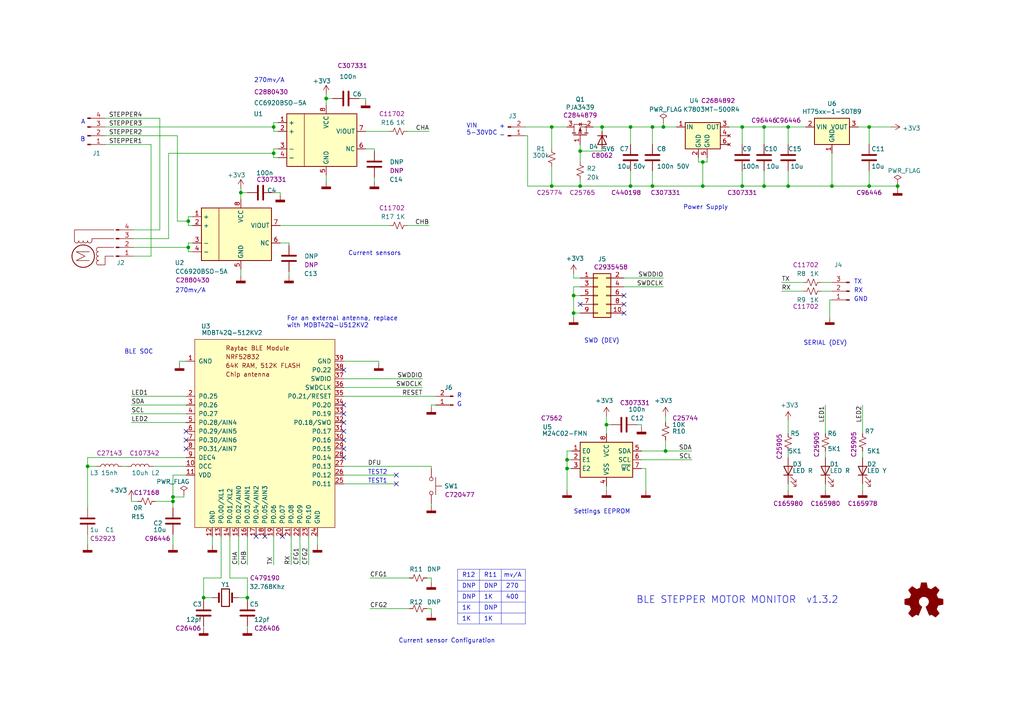
<source format=kicad_sch>
(kicad_sch (version 20211123) (generator eeschema)
  (paper "A4")
  (title_block (title "Stepper Motor BLE Probe") (rev "DRAFT"))
  (lib_symbols
    (symbol "Connector:Conn_01x02_Male" (pin_names (offset 1.016) hide)
      (property "Reference" "J" (at 0 2.54 0))
      (property "Value" "Conn_01x02_Male" (at 0 -5.08 0))
      (symbol "Conn_01x02_Male_1_1"
        (pin passive line (at 5.08 0 180) (length 3.81) (name "Pin_1") (number "1"))
        (pin passive line (at 5.08 -2.54 180) (length 3.81) (name "Pin_2") (number "2"))
      )
    )
    (symbol "Connector:Conn_01x03_Male" (pin_names (offset 1.016) hide)
      (property "Reference" "J" (at 0 5.08 0))
      (property "Value" "Conn_01x03_Male" (at 0 -5.08 0))
      (symbol "Conn_01x03_Male_1_1"
        (pin passive line (at 5.08 2.54 180) (length 3.81) (name "Pin_1") (number "1"))
        (pin passive line (at 5.08 0 180) (length 3.81) (name "Pin_2") (number "2"))
        (pin passive line (at 5.08 -2.54 180) (length 3.81) (name "Pin_3") (number "3"))
      )
    )
    (symbol "Connector:Conn_01x04_Male" (pin_names (offset 1.016) hide)
      (property "Reference" "J" (at 0 5.08 0))
      (property "Value" "Conn_01x04_Male" (at 0 -7.62 0))
      (symbol "Conn_01x04_Male_1_1"
        (pin passive line (at 5.08 2.54 180) (length 3.81) (name "Pin_1") (number "1"))
        (pin passive line (at 5.08 0 180) (length 3.81) (name "Pin_2") (number "2"))
        (pin passive line (at 5.08 -2.54 180) (length 3.81) (name "Pin_3") (number "3"))
        (pin passive line (at 5.08 -5.08 180) (length 3.81) (name "Pin_4") (number "4"))
      )
    )
    (symbol "Connector_Generic:Conn_02x05_Odd_Even" (pin_names (offset 1.016) hide)
      (property "Reference" "J" (at 1.27 7.62 0))
      (property "Value" "Conn_02x05_Odd_Even" (at 1.27 -7.62 0))
      (symbol "Conn_02x05_Odd_Even_1_1"
        (pin passive line (at -5.08 5.08 0) (length 3.81) (name "Pin_1") (number "1"))
        (pin passive line (at 7.62 -5.08 180) (length 3.81) (name "Pin_10") (number "10"))
        (pin passive line (at 7.62 5.08 180) (length 3.81) (name "Pin_2") (number "2"))
        (pin passive line (at -5.08 2.54 0) (length 3.81) (name "Pin_3") (number "3"))
        (pin passive line (at 7.62 2.54 180) (length 3.81) (name "Pin_4") (number "4"))
        (pin passive line (at -5.08 0 0) (length 3.81) (name "Pin_5") (number "5"))
        (pin passive line (at 7.62 0 180) (length 3.81) (name "Pin_6") (number "6"))
        (pin passive line (at -5.08 -2.54 0) (length 3.81) (name "Pin_7") (number "7"))
        (pin passive line (at 7.62 -2.54 180) (length 3.81) (name "Pin_8") (number "8"))
        (pin passive line (at -5.08 -5.08 0) (length 3.81) (name "Pin_9") (number "9"))
      )
    )
    (symbol "Device:C" (pin_numbers hide) (pin_names (offset 0.254))
      (property "Reference" "C" (at 0.635 2.54 0))
      (property "Value" "C" (at 0.635 -2.54 0))
      (symbol "C_1_1"
        (pin passive line (at 0 3.81 270) (length 2.794) (name "~") (number "1"))
        (pin passive line (at 0 -3.81 90) (length 2.794) (name "~") (number "2"))
      )
    )
    (symbol "Device:Crystal" (pin_numbers hide) (pin_names (offset 1.016) hide)
      (property "Reference" "Y" (at 0 3.81 0))
      (property "Value" "Crystal" (at 0 -3.81 0))
      (symbol "Crystal_1_1"
        (pin passive line (at -3.81 0 0) (length 1.27) (name "1") (number "1"))
        (pin passive line (at 3.81 0 180) (length 1.27) (name "2") (number "2"))
      )
    )
    (symbol "Device:L" (pin_numbers hide) (pin_names (offset 1.016) hide)
      (property "Reference" "L" (at -1.27 0 90))
      (property "Value" "L" (at 1.905 0 90))
      (symbol "L_1_1"
        (pin passive line (at 0 3.81 270) (length 1.27) (name "1") (number "1"))
        (pin passive line (at 0 -3.81 90) (length 1.27) (name "2") (number "2"))
      )
    )
    (symbol "Device:LED" (pin_numbers hide) (pin_names (offset 1.016) hide)
      (property "Reference" "D" (at 0 2.54 0))
      (property "Value" "LED" (at 0 -2.54 0))
      (symbol "LED_1_1"
        (pin passive line (at -3.81 0 0) (length 2.54) (name "K") (number "1"))
        (pin passive line (at 3.81 0 180) (length 2.54) (name "A") (number "2"))
      )
    )
    (symbol "Device:R_Small_US" (pin_numbers hide) (pin_names (offset 0.254) hide)
      (property "Reference" "R" (at 0.762 0.508 0))
      (property "Value" "R_Small_US" (at 0.762 -1.016 0))
      (symbol "R_Small_US_1_1"
        (pin passive line (at 0 2.54 270) (length 1.016) (name "~") (number "1"))
        (pin passive line (at 0 -2.54 90) (length 1.016) (name "~") (number "2"))
      )
    )
    (symbol "Graphic:Logo_Open_Hardware_Small" (pin_names (offset 1.016)))
    (symbol "Memory_EEPROM:M24C02-FMN"
      (property "Reference" "U" (at -6.35 6.35 0))
      (property "Value" "M24C02-FMN" (at 7.62 6.35 0))
      (symbol "M24C02-FMN_1_1"
        (pin input line (at -10.16 2.54 0) (length 2.54) (name "E0") (number "1"))
        (pin input line (at -10.16 0 0) (length 2.54) (name "E1") (number "2"))
        (pin input line (at -10.16 -2.54 0) (length 2.54) (name "E2") (number "3"))
        (pin power_in line (at 0 -7.62 90) (length 2.54) (name "VSS") (number "4"))
        (pin bidirectional line (at 10.16 2.54 180) (length 2.54) (name "SDA") (number "5"))
        (pin input line (at 10.16 0 180) (length 2.54) (name "SCL") (number "6"))
        (pin input line (at 10.16 -2.54 180) (length 2.54) (name "~{WC}") (number "7"))
        (pin power_in line (at 0 7.62 270) (length 2.54) (name "VCC") (number "8"))
      )
    )
    (symbol "Regulator_Linear:HT75xx-1-SOT89"
      (property "Reference" "U" (at -5.08 -3.81 0))
      (property "Value" "HT75xx-1-SOT89" (at 0 6.35 0))
      (symbol "HT75xx-1-SOT89_1_1"
        (pin power_in line (at 0 -5.08 90) (length 2.54) (name "GND") (number "1"))
        (pin power_in line (at -7.62 2.54 0) (length 2.54) (name "VIN") (number "2"))
        (pin power_out line (at 7.62 2.54 180) (length 2.54) (name "VOUT") (number "3"))
      )
    )
    (symbol "Switch:SW_Push" (pin_numbers hide) (pin_names (offset 1.016) hide)
      (property "Reference" "SW" (at 1.27 2.54 0))
      (property "Value" "SW_Push" (at 0 -1.524 0))
      (symbol "SW_Push_0_1"
        (pin passive line (at -5.08 0 0) (length 2.54) (name "1") (number "1"))
        (pin passive line (at 5.08 0 180) (length 2.54) (name "2") (number "2"))
      )
    )
    (symbol "power:PWR_FLAG" (power) (pin_numbers hide) (pin_names (offset 0) hide)
      (property "Value" "PWR_FLAG" (at 0 3.81 0))
      (symbol "PWR_FLAG_0_0"
        (pin power_out line (at 0 0 90) (length 0) (name "pwr") (number "1"))
      )
    )
    (symbol "stepper_probe-rescue:ACS70331_soic8-simple_stepper_motor_analyzer"
      (property "Reference" "U" (at 10.16 6.35 0))
      (property "Value" "ACS70331_soic8-simple_stepper_motor_analyzer" (at 3.81 8.89 0))
      (symbol "ACS70331_soic8-simple_stepper_motor_analyzer_1_1"
        (pin passive line (at -15.24 5.08 0) (length 2.54) (name "+") (number "1"))
        (pin passive line (at -15.24 2.54 0) (length 2.54) (name "+") (number "2"))
        (pin passive line (at -15.24 -2.54 0) (length 2.54) (name "-") (number "3"))
        (pin passive line (at -15.24 -5.08 0) (length 2.54) (name "-") (number "4"))
        (pin power_in line (at -1.27 -10.16 90) (length 2.54) (name "GND") (number "5"))
        (pin passive line (at 10.16 -2.54 180) (length 2.54) (name "NC") (number "6"))
        (pin output line (at 10.16 2.54 180) (length 2.54) (name "VIOUT") (number "7"))
        (pin power_in line (at -1.27 10.16 270) (length 2.54) (name "VCC") (number "8"))
      )
    )
    (symbol "stepper_probe-rescue:Motor-simple_stepper_motor_analyzer" (pin_names (offset 0) hide))
    (symbol "stepper_probe:+3V3" (power) (pin_names (offset 0))
      (property "Value" "+3V3" (at 0 3.556 0))
      (symbol "+3V3_1_1"
        (pin power_in line (at 0 0 90) (length 0) hide (name "+3V3") (number "1"))
      )
    )
    (symbol "stepper_probe:DC_DC" (pin_names (offset 0.254))
      (property "Reference" "U" (at -3.81 3.175 0))
      (property "Value" "DC_DC" (at 0 3.175 0))
      (symbol "DC_DC_1_1"
        (pin power_in line (at -7.62 0 0) (length 2.54) (name "IN") (number "1"))
        (pin input line (at -1.27 -8.89 90) (length 2.54) (name "GND") (number "2"))
        (pin power_out line (at 7.62 0 180) (length 2.54) (name "OUT") (number "3"))
        (pin no_connect line (at 7.62 -2.54 180) (length 2.54) (name "") (number "4"))
        (pin power_in line (at 1.27 -8.89 90) (length 2.54) (name "GND") (number "5"))
        (pin no_connect line (at 7.62 -5.08 180) (length 2.54) (name "") (number "6"))
      )
    )
    (symbol "stepper_probe:GND" (power) (pin_names (offset 0))
      (property "Value" "GND" (at 0 -3.175 0))
      (symbol "GND_1_1"
        (pin power_in line (at 0 0 270) (length 0) hide (name "GND") (number "1"))
      )
    )
    (symbol "stepper_probe:MDBT42Q-512KV2" (pin_names (offset 1.016))
      (property "Reference" "U" (at 6.35 22.86 0))
      (property "Value" "MDBT42Q-512KV2" (at 12.7 17.78 0))
      (symbol "MDBT42Q-512KV2_0_0"
        (text "64K RAM, 512K FLASH" (at -11.43 8.89 0) (effects (font (size 1.27 1.27)) (justify left)))
        (text "Chip antenna" (at -11.43 6.35 0) (effects (font (size 1.27 1.27)) (justify left)))
        (text "NRF52832" (at -11.43 11.43 0) (effects (font (size 1.27 1.27)) (justify left)))
      )
      (symbol "MDBT42Q-512KV2_1_0"
        (text "Raytac BLE Module" (at -11.43 13.97 0) (effects (font (size 1.27 1.27)) (justify left)))
        (pin power_in line (at -22.86 10.16 0) (length 2.54) (name "GND") (number "1"))
        (pin power_out line (at -22.86 -20.32 0) (length 2.54) (name "DCC") (number "10"))
        (pin power_in line (at -22.86 -22.86 0) (length 2.54) (name "VDD") (number "11"))
        (pin power_in line (at -15.24 -40.64 90) (length 2.54) (name "GND") (number "12"))
        (pin bidirectional line (at -12.7 -40.64 90) (length 2.54) (name "P0.00/XL1") (number "13"))
        (pin bidirectional line (at -10.16 -40.64 90) (length 2.54) (name "P0.01/XL2") (number "14"))
        (pin input line (at -7.62 -40.64 90) (length 2.54) (name "P0.02/AIN0") (number "15"))
        (pin input line (at -5.08 -40.64 90) (length 2.54) (name "P0.03/AIN1") (number "16"))
        (pin bidirectional line (at -2.54 -40.64 90) (length 2.54) (name "P0.04/AIN2") (number "17"))
        (pin bidirectional line (at 0 -40.64 90) (length 2.54) (name "P0.05/AIN3") (number "18"))
        (pin bidirectional line (at 2.54 -40.64 90) (length 2.54) (name "P0.06") (number "19"))
        (pin bidirectional line (at -22.86 0 0) (length 2.54) (name "P0.25") (number "2"))
        (pin bidirectional line (at 5.08 -40.64 90) (length 2.54) (name "P0.07") (number "20"))
        (pin bidirectional line (at 7.62 -40.64 90) (length 2.54) (name "P0.08") (number "21"))
        (pin bidirectional line (at 10.16 -40.64 90) (length 2.54) (name "P0.09") (number "22"))
        (pin bidirectional line (at 12.7 -40.64 90) (length 2.54) (name "P0.10") (number "23"))
        (pin power_in line (at 15.24 -40.64 90) (length 2.54) (name "GND") (number "24"))
        (pin bidirectional line (at 22.86 -25.4 180) (length 2.54) (name "P0.11") (number "25"))
        (pin bidirectional line (at 22.86 -22.86 180) (length 2.54) (name "P0.12") (number "26"))
        (pin bidirectional line (at 22.86 -20.32 180) (length 2.54) (name "P0.13") (number "27"))
        (pin bidirectional line (at 22.86 -17.78 180) (length 2.54) (name "P0.14") (number "28"))
        (pin bidirectional line (at 22.86 -15.24 180) (length 2.54) (name "P0.15") (number "29"))
        (pin bidirectional line (at -22.86 -2.54 0) (length 2.54) (name "P0.26") (number "3"))
        (pin bidirectional line (at 22.86 -12.7 180) (length 2.54) (name "P0.16") (number "30"))
        (pin bidirectional line (at 22.86 -10.16 180) (length 2.54) (name "P0.17") (number "31"))
        (pin bidirectional line (at 22.86 -7.62 180) (length 2.54) (name "P0.18/SWO") (number "32"))
        (pin bidirectional line (at 22.86 -5.08 180) (length 2.54) (name "P0.19") (number "33"))
        (pin bidirectional line (at 22.86 -2.54 180) (length 2.54) (name "P0.20") (number "34"))
        (pin bidirectional line (at 22.86 0 180) (length 2.54) (name "P0.21/RESET") (number "35"))
        (pin input line (at 22.86 2.54 180) (length 2.54) (name "SWDCLK") (number "36"))
        (pin bidirectional line (at 22.86 5.08 180) (length 2.54) (name "SWDIO") (number "37"))
        (pin bidirectional line (at 22.86 7.62 180) (length 2.54) (name "P0.22") (number "38"))
        (pin power_in line (at 22.86 10.16 180) (length 2.54) (name "GND") (number "39"))
        (pin bidirectional line (at -22.86 -5.08 0) (length 2.54) (name "P0.27") (number "4"))
        (pin bidirectional line (at -22.86 -7.62 0) (length 2.54) (name "P0.28/AIN4") (number "5"))
        (pin bidirectional line (at -22.86 -10.16 0) (length 2.54) (name "P0.29/AIN5") (number "6"))
        (pin bidirectional line (at -22.86 -12.7 0) (length 2.54) (name "P0.30/AIN6") (number "7"))
        (pin bidirectional line (at -22.86 -15.24 0) (length 2.54) (name "P0.31/AIN7") (number "8"))
        (pin passive line (at -22.86 -17.78 0) (length 2.54) (name "DEC4") (number "9"))
      )
    )
    (symbol "stepper_probe:P_MOSFET" (pin_names hide)
      (property "Reference" "Q" (at 5.08 1.905 0))
      (property "Value" "P_MOSFET" (at 5.08 0 0))
      (symbol "P_MOSFET_1_1"
        (pin input line (at -2.54 0 0) (length 2.54) (name "G") (number "1"))
        (pin passive line (at 2.54 -3.81 90) (length 2.54) (name "S") (number "2"))
        (pin passive line (at 2.54 3.81 270) (length 2.032) (name "D") (number "3"))
      )
    )
    (symbol "stepper_probe:zenner" (pin_numbers hide) (pin_names (offset 1.016) hide)
      (property "Reference" "D" (at 0 2.54 0))
      (property "Value" "zenner" (at 0 -2.54 0))
      (symbol "zenner_1_1"
        (pin passive line (at -2.54 0 0) (length 2.54) (name "K") (number "1"))
        (pin passive line (at 2.54 0 180) (length 2.54) (name "A") (number "2"))
      )
    )
  )
  (junction (at 50.165 145.415))
  (junction (at 228.6 36.83))
  (junction (at 79.375 44.45))
  (junction (at 221.615 53.975))
  (junction (at 59.055 173.355))
  (junction (at 189.23 53.975))
  (junction (at 166.37 85.725))
  (junction (at 182.88 53.975))
  (junction (at 221.615 36.83))
  (junction (at 189.23 36.83))
  (junction (at 79.375 36.83))
  (junction (at 252.095 36.83))
  (junction (at 168.275 43.815))
  (junction (at 182.88 36.83))
  (junction (at 71.755 173.355))
  (junction (at 193.04 130.81))
  (junction (at 241.3 53.975))
  (junction (at 252.095 53.975))
  (junction (at 215.265 36.83))
  (junction (at 94.615 28.575))
  (junction (at 166.37 90.805))
  (junction (at 54.61 71.755))
  (junction (at 164.465 133.35))
  (junction (at 160.02 53.975))
  (junction (at 260.35 53.975))
  (junction (at 54.61 64.135))
  (junction (at 174.625 36.83))
  (junction (at 175.895 123.19))
  (junction (at 228.6 53.975))
  (junction (at 69.85 55.88))
  (junction (at 50.165 144.145))
  (junction (at 164.465 135.89))
  (junction (at 168.275 53.975))
  (junction (at 160.02 36.83))
  (junction (at 203.835 53.975))
  (junction (at 215.265 53.975))
  (junction (at 192.405 36.83))
  (junction (at 203.835 46.99))
  (junction (at 25.4 135.255))
  (no_connect (at 180.975 90.805))
  (no_connect (at 180.975 88.265))
  (no_connect (at 114.935 137.795))
  (no_connect (at 99.695 125.095))
  (no_connect (at 99.695 120.015))
  (no_connect (at 180.975 85.725))
  (no_connect (at 99.695 132.715))
  (no_connect (at 99.695 107.315))
  (no_connect (at 168.275 88.265))
  (no_connect (at 114.935 140.335))
  (no_connect (at 81.915 155.575))
  (no_connect (at 53.975 125.095))
  (no_connect (at 99.695 122.555))
  (no_connect (at 53.975 127.635))
  (no_connect (at 76.835 155.575))
  (no_connect (at 99.695 117.475))
  (no_connect (at 99.695 130.175))
  (no_connect (at 99.695 127.635))
  (no_connect (at 74.295 155.575))
  (no_connect (at 53.975 130.175))
  (wire (pts (xy 118.11 38.1) (xy 124.46 38.1)))
  (wire (pts (xy 241.3 81.915) (xy 238.125 81.915)))
  (wire (pts (xy 79.375 55.88) (xy 81.28 55.88)))
  (wire (pts (xy 66.675 155.575) (xy 66.675 167.64)))
  (wire (pts (xy 125.095 167.64) (xy 125.095 168.91)))
  (wire (pts (xy 79.375 36.83) (xy 79.375 38.1)))
  (wire (pts (xy 228.6 49.53) (xy 228.6 53.975)))
  (wire (pts (xy 221.615 36.83) (xy 228.6 36.83)))
  (wire (pts (xy 59.055 173.355) (xy 59.055 173.99)))
  (wire (pts (xy 165.735 130.81) (xy 164.465 130.81)))
  (wire (pts (xy 53.975 122.555) (xy 38.1 122.555)))
  (wire (pts (xy 99.695 114.935) (xy 126.365 114.935)))
  (wire (pts (xy 168.275 90.805) (xy 166.37 90.805)))
  (wire (pts (xy 79.375 38.1) (xy 80.645 38.1)))
  (wire (pts (xy 79.375 35.56) (xy 79.375 36.83)))
  (wire (pts (xy 189.23 36.83) (xy 192.405 36.83)))
  (polyline (pts (xy 139.065 165.1) (xy 139.065 180.975)) (stroke (width 0.1016) (type solid)))
  (wire (pts (xy 27.94 135.255) (xy 25.4 135.255)))
  (wire (pts (xy 64.135 155.575) (xy 64.135 167.64)))
  (wire (pts (xy 53.34 143.51) (xy 53.34 144.145)))
  (wire (pts (xy 109.855 104.775) (xy 109.855 105.41)))
  (wire (pts (xy 166.37 90.805) (xy 166.37 92.075)))
  (wire (pts (xy 107.315 167.64) (xy 118.745 167.64)))
  (wire (pts (xy 239.395 130.81) (xy 239.395 132.715)))
  (polyline (pts (xy 145.415 165.1) (xy 145.415 180.975)) (stroke (width 0.1016) (type solid)))
  (wire (pts (xy 38.735 69.215) (xy 48.895 69.215)))
  (wire (pts (xy 215.265 53.975) (xy 221.615 53.975)))
  (wire (pts (xy 192.405 36.83) (xy 196.215 36.83)))
  (wire (pts (xy 202.565 46.99) (xy 203.835 46.99)))
  (wire (pts (xy 55.88 62.865) (xy 54.61 62.865)))
  (wire (pts (xy 69.215 173.355) (xy 71.755 173.355)))
  (wire (pts (xy 43.815 41.91) (xy 43.815 74.295)))
  (wire (pts (xy 160.02 53.975) (xy 168.275 53.975)))
  (wire (pts (xy 241.3 84.455) (xy 238.125 84.455)))
  (wire (pts (xy 166.37 83.185) (xy 166.37 85.725)))
  (wire (pts (xy 43.815 74.295) (xy 38.735 74.295)))
  (wire (pts (xy 30.48 39.37) (xy 51.435 39.37)))
  (wire (pts (xy 64.135 167.64) (xy 59.055 167.64)))
  (wire (pts (xy 106.045 43.18) (xy 108.585 43.18)))
  (wire (pts (xy 164.465 133.35) (xy 164.465 135.89)))
  (wire (pts (xy 193.04 130.81) (xy 200.66 130.81)))
  (wire (pts (xy 175.895 123.19) (xy 175.895 125.73)))
  (wire (pts (xy 168.275 43.815) (xy 168.275 41.91)))
  (wire (pts (xy 69.85 54.61) (xy 69.85 55.88)))
  (wire (pts (xy 80.645 43.18) (xy 79.375 43.18)))
  (wire (pts (xy 241.3 53.975) (xy 252.095 53.975)))
  (wire (pts (xy 165.735 135.89) (xy 164.465 135.89)))
  (wire (pts (xy 189.23 53.975) (xy 203.835 53.975)))
  (wire (pts (xy 202.565 45.72) (xy 202.565 46.99)))
  (wire (pts (xy 211.455 36.83) (xy 215.265 36.83)))
  (wire (pts (xy 164.465 135.89) (xy 164.465 142.24)))
  (wire (pts (xy 165.735 133.35) (xy 164.465 133.35)))
  (wire (pts (xy 260.35 53.34) (xy 260.35 53.975)))
  (wire (pts (xy 203.835 53.975) (xy 215.265 53.975)))
  (wire (pts (xy 160.02 48.26) (xy 160.02 53.975)))
  (wire (pts (xy 25.4 132.715) (xy 53.975 132.715)))
  (wire (pts (xy 123.825 176.53) (xy 125.095 176.53)))
  (wire (pts (xy 175.895 120.65) (xy 175.895 123.19)))
  (wire (pts (xy 153.035 53.975) (xy 160.02 53.975)))
  (wire (pts (xy 53.975 104.775) (xy 52.07 104.775)))
  (polyline (pts (xy 132.715 177.8) (xy 152.4 177.8)) (stroke (width 0.1016) (type solid)))
  (wire (pts (xy 239.395 125.73) (xy 239.395 117.475)))
  (wire (pts (xy 168.275 53.975) (xy 182.88 53.975)))
  (wire (pts (xy 99.695 104.775) (xy 109.855 104.775)))
  (wire (pts (xy 250.19 130.81) (xy 250.19 132.715)))
  (polyline (pts (xy 152.4 165.1) (xy 152.4 180.975)) (stroke (width 0.1016) (type solid)))
  (wire (pts (xy 160.02 36.83) (xy 164.465 36.83)))
  (wire (pts (xy 61.595 155.575) (xy 61.595 158.115)))
  (wire (pts (xy 241.3 44.45) (xy 241.3 53.975)))
  (wire (pts (xy 69.85 78.105) (xy 69.85 80.01)))
  (wire (pts (xy 30.48 34.29) (xy 46.355 34.29)))
  (wire (pts (xy 186.055 135.89) (xy 187.325 135.89)))
  (wire (pts (xy 79.375 43.18) (xy 79.375 44.45)))
  (wire (pts (xy 71.755 55.88) (xy 69.85 55.88)))
  (wire (pts (xy 252.095 36.83) (xy 252.095 41.91)))
  (wire (pts (xy 53.975 117.475) (xy 38.1 117.475)))
  (wire (pts (xy 71.755 167.64) (xy 71.755 173.355)))
  (wire (pts (xy 203.835 46.99) (xy 203.835 53.975)))
  (wire (pts (xy 125.095 135.255) (xy 125.095 135.89)))
  (wire (pts (xy 99.695 112.395) (xy 122.555 112.395)))
  (wire (pts (xy 84.455 155.575) (xy 84.455 163.83)))
  (wire (pts (xy 241.3 86.995) (xy 240.665 86.995)))
  (wire (pts (xy 71.755 181.61) (xy 71.755 182.245)))
  (wire (pts (xy 104.14 28.575) (xy 106.045 28.575)))
  (wire (pts (xy 168.275 80.645) (xy 166.37 80.645)))
  (wire (pts (xy 187.325 135.89) (xy 187.325 142.24)))
  (wire (pts (xy 50.165 137.795) (xy 50.165 144.145)))
  (wire (pts (xy 160.02 36.83) (xy 160.02 43.18)))
  (wire (pts (xy 152.4 36.83) (xy 160.02 36.83)))
  (wire (pts (xy 106.045 28.575) (xy 106.045 29.21)))
  (wire (pts (xy 252.095 36.83) (xy 258.445 36.83)))
  (wire (pts (xy 166.37 85.725) (xy 166.37 90.805)))
  (wire (pts (xy 53.975 114.935) (xy 38.1 114.935)))
  (wire (pts (xy 53.34 144.145) (xy 50.165 144.145)))
  (wire (pts (xy 126.365 117.475) (xy 125.095 117.475)))
  (wire (pts (xy 48.895 44.45) (xy 79.375 44.45)))
  (wire (pts (xy 174.625 36.83) (xy 182.88 36.83)))
  (wire (pts (xy 54.61 64.135) (xy 54.61 65.405)))
  (polyline (pts (xy 132.715 165.1) (xy 152.4 165.1)) (stroke (width 0.1016) (type solid)))
  (wire (pts (xy 248.92 36.83) (xy 252.095 36.83)))
  (wire (pts (xy 172.085 36.83) (xy 174.625 36.83)))
  (wire (pts (xy 38.1 144.78) (xy 38.1 145.415)))
  (wire (pts (xy 177.165 123.19) (xy 175.895 123.19)))
  (wire (pts (xy 233.045 84.455) (xy 226.695 84.455)))
  (wire (pts (xy 125.095 146.05) (xy 125.095 146.685)))
  (wire (pts (xy 108.585 43.18) (xy 108.585 43.815)))
  (wire (pts (xy 66.675 167.64) (xy 71.755 167.64)))
  (wire (pts (xy 215.265 49.53) (xy 215.265 53.975)))
  (wire (pts (xy 79.375 36.83) (xy 30.48 36.83)))
  (wire (pts (xy 252.095 53.975) (xy 260.35 53.975)))
  (wire (pts (xy 99.695 135.255) (xy 125.095 135.255)))
  (wire (pts (xy 80.645 35.56) (xy 79.375 35.56)))
  (wire (pts (xy 79.375 44.45) (xy 79.375 45.72)))
  (wire (pts (xy 50.165 154.94) (xy 50.165 158.115)))
  (wire (pts (xy 99.695 140.335) (xy 114.935 140.335)))
  (wire (pts (xy 83.82 78.74) (xy 83.82 80.01)))
  (wire (pts (xy 79.375 155.575) (xy 79.375 163.83)))
  (wire (pts (xy 54.61 70.485) (xy 54.61 71.755)))
  (wire (pts (xy 125.095 176.53) (xy 125.095 177.8)))
  (wire (pts (xy 168.275 83.185) (xy 166.37 83.185)))
  (wire (pts (xy 184.785 123.19) (xy 186.055 123.19)))
  (wire (pts (xy 193.04 127.635) (xy 193.04 130.81)))
  (wire (pts (xy 25.4 154.94) (xy 25.4 158.115)))
  (polyline (pts (xy 132.715 180.975) (xy 132.715 165.1)) (stroke (width 0.1016) (type solid)))
  (wire (pts (xy 25.4 135.255) (xy 25.4 147.32)))
  (wire (pts (xy 38.735 71.755) (xy 54.61 71.755)))
  (wire (pts (xy 189.23 41.91) (xy 189.23 36.83)))
  (wire (pts (xy 180.975 80.645) (xy 192.405 80.645)))
  (wire (pts (xy 182.88 53.975) (xy 189.23 53.975)))
  (wire (pts (xy 51.435 39.37) (xy 51.435 64.135)))
  (wire (pts (xy 250.19 125.73) (xy 250.19 117.475)))
  (wire (pts (xy 175.895 140.97) (xy 175.895 142.24)))
  (wire (pts (xy 153.035 39.37) (xy 153.035 53.975)))
  (wire (pts (xy 46.355 66.675) (xy 38.735 66.675)))
  (wire (pts (xy 50.165 144.145) (xy 50.165 145.415)))
  (wire (pts (xy 174.625 43.815) (xy 168.275 43.815)))
  (wire (pts (xy 168.275 85.725) (xy 166.37 85.725)))
  (wire (pts (xy 166.37 80.645) (xy 166.37 79.375)))
  (wire (pts (xy 186.055 130.81) (xy 193.04 130.81)))
  (wire (pts (xy 164.465 130.81) (xy 164.465 133.35)))
  (wire (pts (xy 81.28 55.88) (xy 81.28 56.515)))
  (wire (pts (xy 89.535 155.575) (xy 89.535 163.83)))
  (wire (pts (xy 228.6 41.91) (xy 228.6 36.83)))
  (polyline (pts (xy 132.715 174.625) (xy 152.4 174.625)) (stroke (width 0.1016) (type solid)))
  (wire (pts (xy 168.275 46.99) (xy 168.275 43.815)))
  (wire (pts (xy 106.045 38.1) (xy 113.03 38.1)))
  (wire (pts (xy 55.88 70.485) (xy 54.61 70.485)))
  (wire (pts (xy 250.19 140.335) (xy 250.19 142.24)))
  (wire (pts (xy 54.61 73.025) (xy 55.88 73.025)))
  (wire (pts (xy 189.23 49.53) (xy 189.23 53.975)))
  (wire (pts (xy 99.695 137.795) (xy 114.935 137.795)))
  (wire (pts (xy 125.095 117.475) (xy 125.095 118.11)))
  (wire (pts (xy 38.1 145.415) (xy 40.005 145.415)))
  (wire (pts (xy 92.075 155.575) (xy 92.075 158.115)))
  (wire (pts (xy 203.835 46.99) (xy 205.105 46.99)))
  (wire (pts (xy 96.52 28.575) (xy 94.615 28.575)))
  (wire (pts (xy 25.4 132.715) (xy 25.4 135.255)))
  (wire (pts (xy 83.82 70.485) (xy 83.82 71.12)))
  (wire (pts (xy 192.405 35.56) (xy 192.405 36.83)))
  (wire (pts (xy 221.615 53.975) (xy 228.6 53.975)))
  (wire (pts (xy 228.6 36.83) (xy 233.68 36.83)))
  (wire (pts (xy 180.975 83.185) (xy 192.405 83.185)))
  (wire (pts (xy 53.975 120.015) (xy 38.1 120.015)))
  (wire (pts (xy 45.085 145.415) (xy 50.165 145.415)))
  (wire (pts (xy 193.04 120.65) (xy 193.04 122.555)))
  (wire (pts (xy 239.395 140.335) (xy 239.395 142.24)))
  (wire (pts (xy 53.975 137.795) (xy 50.165 137.795)))
  (wire (pts (xy 51.435 64.135) (xy 54.61 64.135)))
  (wire (pts (xy 174.625 43.18) (xy 174.625 43.815)))
  (wire (pts (xy 54.61 71.755) (xy 54.61 73.025)))
  (wire (pts (xy 182.88 41.91) (xy 182.88 36.83)))
  (polyline (pts (xy 132.715 168.275) (xy 152.4 168.275)) (stroke (width 0.1016) (type solid)))
  (wire (pts (xy 228.6 140.335) (xy 228.6 142.24)))
  (wire (pts (xy 94.615 28.575) (xy 94.615 30.48)))
  (wire (pts (xy 221.615 49.53) (xy 221.615 53.975)))
  (wire (pts (xy 52.07 104.775) (xy 52.07 105.41)))
  (wire (pts (xy 240.665 86.995) (xy 240.665 92.075)))
  (wire (pts (xy 81.28 70.485) (xy 83.82 70.485)))
  (wire (pts (xy 215.265 36.83) (xy 221.615 36.83)))
  (wire (pts (xy 54.61 62.865) (xy 54.61 64.135)))
  (wire (pts (xy 59.055 167.64) (xy 59.055 173.355)))
  (polyline (pts (xy 132.715 171.45) (xy 152.4 171.45)) (stroke (width 0.1016) (type solid)))
  (wire (pts (xy 182.88 36.83) (xy 189.23 36.83)))
  (wire (pts (xy 50.165 145.415) (xy 50.165 147.32)))
  (wire (pts (xy 61.595 173.355) (xy 59.055 173.355)))
  (wire (pts (xy 233.045 81.915) (xy 226.695 81.915)))
  (wire (pts (xy 186.055 123.19) (xy 186.055 123.825)))
  (wire (pts (xy 69.85 55.88) (xy 69.85 57.785)))
  (wire (pts (xy 79.375 45.72) (xy 80.645 45.72)))
  (wire (pts (xy 182.88 49.53) (xy 182.88 53.975)))
  (wire (pts (xy 108.585 51.435) (xy 108.585 52.705)))
  (wire (pts (xy 48.895 69.215) (xy 48.895 44.45)))
  (wire (pts (xy 228.6 121.92) (xy 228.6 125.73)))
  (wire (pts (xy 36.83 135.255) (xy 35.56 135.255)))
  (wire (pts (xy 53.975 135.255) (xy 44.45 135.255)))
  (wire (pts (xy 69.215 155.575) (xy 69.215 163.83)))
  (wire (pts (xy 54.61 65.405) (xy 55.88 65.405)))
  (wire (pts (xy 30.48 41.91) (xy 43.815 41.91)))
  (wire (pts (xy 94.615 50.8) (xy 94.615 52.705)))
  (wire (pts (xy 81.28 65.405) (xy 113.03 65.405)))
  (wire (pts (xy 107.315 176.53) (xy 118.745 176.53)))
  (wire (pts (xy 118.11 65.405) (xy 124.46 65.405)))
  (wire (pts (xy 228.6 130.81) (xy 228.6 132.715)))
  (wire (pts (xy 59.055 181.61) (xy 59.055 182.245)))
  (wire (pts (xy 260.35 53.975) (xy 260.35 54.61)))
  (polyline (pts (xy 152.4 180.975) (xy 132.715 180.975)) (stroke (width 0.1016) (type solid)))
  (wire (pts (xy 94.615 27.305) (xy 94.615 28.575)))
  (wire (pts (xy 252.095 53.975) (xy 252.095 49.53)))
  (wire (pts (xy 174.625 38.1) (xy 174.625 36.83)))
  (wire (pts (xy 123.825 167.64) (xy 125.095 167.64)))
  (wire (pts (xy 152.4 39.37) (xy 153.035 39.37)))
  (wire (pts (xy 221.615 41.91) (xy 221.615 36.83)))
  (wire (pts (xy 99.695 109.855) (xy 122.555 109.855)))
  (wire (pts (xy 215.265 41.91) (xy 215.265 36.83)))
  (wire (pts (xy 71.755 173.355) (xy 71.755 173.99)))
  (wire (pts (xy 71.755 155.575) (xy 71.755 163.83)))
  (wire (pts (xy 86.995 155.575) (xy 86.995 163.83)))
  (wire (pts (xy 205.105 46.99) (xy 205.105 45.72)))
  (wire (pts (xy 168.275 52.07) (xy 168.275 53.975)))
  (wire (pts (xy 228.6 53.975) (xy 241.3 53.975)))
  (wire (pts (xy 186.055 133.35) (xy 200.66 133.35)))
  (wire (pts (xy 46.355 34.29) (xy 46.355 66.675)))
  (text "1K" (at 133.985 177.165 0) (effects (font (size 1.27 1.27)) (justify left bottom)))
  (text "VIN\n5-30VDC" (at 135.255 39.37 0) (effects (font (size 1.27 1.27)) (justify left bottom)))
  (text "270mv/A" (at 50.8 85.09 0) (effects (font (size 1.27 1.27)) (justify left bottom)))
  (text "mv/A" (at 146.05 167.64 0) (effects (font (size 1.27 1.27)) (justify left bottom)))
  (text "R" (at 133.985 115.57 180) (effects (font (size 1.27 1.27)) (justify right bottom)))
  (text "Current sensor Configuration" (at 115.57 186.69 0) (effects (font (size 1.27 1.27)) (justify left bottom)))
  (text "DNP" (at 133.985 170.815 0) (effects (font (size 1.27 1.27)) (justify left bottom)))
  (text "270mv/A" (at 73.66 24.13 0) (effects (font (size 1.27 1.27)) (justify left bottom)))
  (text "DNP" (at 133.985 173.99 0) (effects (font (size 1.27 1.27)) (justify left bottom)))
  (text "270" (at 146.685 170.815 0) (effects (font (size 1.27 1.27)) (justify left bottom)))
  (text "TEST2" (at 106.68 137.795 0) (effects (font (size 1.27 1.27)) (justify left bottom)))
  (text "BLE SOC" (at 44.45 102.87 180) (effects (font (size 1.27 1.27)) (justify right bottom)))
  (text "DNP" (at 140.335 177.165 0) (effects (font (size 1.27 1.27)) (justify left bottom)))
  (text "Power Supply" (at 198.12 60.96 0) (effects (font (size 1.27 1.27)) (justify left bottom)))
  (text "+" (at 144.78 37.465 0) (effects (font (size 1.27 1.27)) (justify left bottom)))
  (text "G" (at 133.985 118.11 180) (effects (font (size 1.27 1.27)) (justify right bottom)))
  (text "-" (at 144.78 40.005 0) (effects (font (size 1.27 1.27)) (justify left bottom)))
  (text "A" (at 24.765 36.195 180) (effects (font (size 1.27 1.27)) (justify right bottom)))
  (text "Settings EEPROM" (at 166.37 149.225 0) (effects (font (size 1.27 1.27)) (justify left bottom)))
  (text "SWD (DEV)" (at 179.705 99.695 180) (effects (font (size 1.27 1.27)) (justify right bottom)))
  (text "For an external antenna, replace\nwith MDBT42Q-U512KV2" (at 83.185 95.25 0) (effects (font (size 1.27 1.27)) (justify left bottom)))
  (text "R12" (at 133.985 167.64 0) (effects (font (size 1.27 1.27)) (justify left bottom)))
  (text "TEST1" (at 106.68 140.335 0) (effects (font (size 1.27 1.27)) (justify left bottom)))
  (text "400" (at 146.685 173.99 0) (effects (font (size 1.27 1.27)) (justify left bottom)))
  (text "1K" (at 140.335 180.34 0) (effects (font (size 1.27 1.27)) (justify left bottom)))
  (text "GND\n" (at 247.65 87.63 0) (effects (font (size 1.27 1.27)) (justify left bottom)))
  (text "1K" (at 133.985 180.34 0) (effects (font (size 1.27 1.27)) (justify left bottom)))
  (text "TX\n" (at 247.65 82.55 0) (effects (font (size 1.27 1.27)) (justify left bottom)))
  (text "R11" (at 140.335 167.64 0) (effects (font (size 1.27 1.27)) (justify left bottom)))
  (text "DNP" (at 140.335 170.815 0) (effects (font (size 1.27 1.27)) (justify left bottom)))
  (text "RX" (at 247.65 85.09 0) (effects (font (size 1.27 1.27)) (justify left bottom)))
  (text "1K" (at 140.335 173.99 0) (effects (font (size 1.27 1.27)) (justify left bottom)))
  (text "Current sensors" (at 100.965 74.295 0) (effects (font (size 1.27 1.27)) (justify left bottom)))
  (text "B" (at 24.765 41.275 180) (effects (font (size 1.27 1.27)) (justify right bottom)))
  (text "BLE STEPPER MOTOR MONITOR  v1.3.2" (at 243.205 175.26 180) (effects (font (size 2.0066 2.0066)) (justify right bottom)))
  (text "SERIAL (DEV)" (at 245.745 100.33 180) (effects (font (size 1.27 1.27)) (justify right bottom)))
  (label "LED1" (at 38.1 114.935 0))
  (label "SCL" (at 200.66 133.35 180))
  (label "LED1" (at 239.395 122.555 90))
  (label "STEPPER2" (at 41.275 39.37 180))
  (label "RESET" (at 122.555 114.935 180))
  (label "SWDDIO" (at 122.555 109.855 180))
  (label "SWDCLK" (at 192.405 83.185 180))
  (label "TX" (at 79.375 163.83 90))
  (label "SDA" (at 200.66 130.81 180))
  (label "LED2" (at 250.19 122.555 90))
  (label "LED2" (at 38.1 122.555 0))
  (label "CFG1" (at 86.995 163.83 90))
  (label "CFG1" (at 107.315 167.64 0))
  (label "STEPPER1" (at 41.275 41.91 180))
  (label "STEPPER4" (at 41.275 34.29 180))
  (label "RX" (at 84.455 163.83 90))
  (label "CFG2" (at 89.535 163.83 90))
  (label "RX" (at 226.695 84.455 0))
  (label "STEPPER3" (at 41.275 36.83 180))
  (label "DFU" (at 106.68 135.255 0))
  (label "SWDCLK" (at 122.555 112.395 180))
  (label "SDA" (at 38.1 117.475 0))
  (label "SWDDIO" (at 192.405 80.645 180))
  (label "SCL" (at 38.1 120.015 0))
  (label "TX" (at 226.695 81.915 0))
  (label "CFG2" (at 107.315 176.53 0))
  (label "CHB" (at 71.755 163.83 90))
  (label "CHB" (at 124.46 65.405 180))
  (label "CHA" (at 69.215 163.83 90))
  (label "CHA" (at 124.46 38.1 180))
  (symbol (lib_id "Device:C") (at 182.88 45.72 0) (unit 1)
    (property "Reference" "C7" (at 179.705 43.18 0) (effects (justify left)))
    (property "Value" "10u 50v" (at 179.07 48.26 0) (effects (justify left)))
    (property "Footprint" "stepper_probe:C_0805_2012Metric_Pad1.18x1.45mm_HandSolder" (effects hide))
    (property "LCSC" "C440198" (at 181.61 55.88 0))
  )
  (symbol (lib_id "stepper_probe:GND") (at 260.35 54.61 0) (unit 1)
    (property "Reference" "#PWR025" (effects hide))
    (property "Value" "GND" (effects hide))
  )
  (symbol (lib_id "stepper_probe:+3V3") (at 258.445 36.83 270) (unit 1)
    (property "Reference" "#PWR024" (effects hide))
    (property "Value" "+3V3" (at 261.6962 37.211 90) (effects (justify left)))
  )
  (symbol (lib_id "Device:C") (at 221.615 45.72 0) (unit 1)
    (property "Reference" "C10" (at 221.615 43.18 0) (effects (justify left)))
    (property "Value" "10u" (at 222.25 48.26 0) (effects (justify left)))
    (property "Footprint" "stepper_probe:C_0603_1608Metric_Pad1.08x0.95mm_HandSolder" (effects hide))
    (property "LCSC" "C96446" (at 221.615 34.925 0))
  )
  (symbol (lib_id "Connector:Conn_01x04_Male") (at 25.4 39.37 0) (mirror x) (unit 1)
    (property "Reference" "J1" (at 29.21 44.45 0) (effects (justify right)))
    (property "Value" "Conn_01x04_Male" (effects hide))
    (property "Footprint" "stepper_probe:connector_4pins_horizontal" (effects hide))
    (property "LCSC" "C31753" (effects hide))
  )
  (symbol (lib_id "Connector:Conn_01x04_Male") (at 33.655 71.755 0) (mirror x) (unit 1)
    (property "Reference" "J2" (at 36.195 76.2 0) (effects (justify right)))
    (property "Value" "Conn_01x04_Male" (effects hide))
    (property "Footprint" "stepper_probe:connector_4pins_horizontal" (effects hide))
    (property "LCSC" "C31753" (effects hide))
  )
  (symbol (lib_id "stepper_probe-rescue:ACS70331_soic8-simple_stepper_motor_analyzer") (at 95.885 40.64 0) (unit 1)
    (property "Reference" "U1" (at 74.93 33.02 0))
    (property "Value" "CC6920BSO-5A" (at 81.28 29.845 0))
    (property "Footprint" "stepper_probe:SOIC-8_LCPCB_ROT" (effects hide))
    (property "LCSC" "C2880430" (at 73.66 26.67 0) (effects (justify left)))
  )
  (symbol (lib_id "stepper_probe-rescue:ACS70331_soic8-simple_stepper_motor_analyzer") (at 71.12 67.945 0) (unit 1)
    (property "Reference" "U2" (at 52.07 76.2 0))
    (property "Value" "CC6920BSO-5A" (at 58.42 78.74 0))
    (property "Footprint" "stepper_probe:SOIC-8_LCPCB_ROT" (effects hide))
    (property "LCSC" "C2880430" (at 55.88 81.28 0))
  )
  (symbol (lib_id "stepper_probe:GND") (at 94.615 52.705 0) (unit 1)
    (property "Reference" "#PWR012" (effects hide))
    (property "Value" "GND" (effects hide))
  )
  (symbol (lib_id "stepper_probe:GND") (at 69.85 80.01 0) (unit 1)
    (property "Reference" "#PWR08" (effects hide))
    (property "Value" "GND" (effects hide))
  )
  (symbol (lib_id "stepper_probe:GND") (at 81.28 56.515 0) (unit 1)
    (property "Reference" "#PWR010" (effects hide))
    (property "Value" "GND" (effects hide))
  )
  (symbol (lib_id "stepper_probe:GND") (at 106.045 29.21 0) (unit 1)
    (property "Reference" "#PWR014" (effects hide))
    (property "Value" "GND" (effects hide))
  )
  (symbol (lib_id "stepper_probe-rescue:Motor-simple_stepper_motor_analyzer") (at 26.67 74.295 90) (unit 1)
    (property "Reference" "M1" (effects hide))
    (property "Value" "Motor" (effects hide))
    (property "Footprint" "stepper_probe:Empty" (effects hide))
    (property "LCSC" "DNP" (effects hide))
  )
  (symbol (lib_id "Device:LED") (at 228.6 136.525 90) (unit 1)
    (property "Reference" "D3" (at 229.87 134.62 90) (effects (justify right)))
    (property "Value" "LED R" (at 229.87 136.525 90) (effects (justify right)))
    (property "Footprint" "stepper_probe:LED_0402_1005Metric_Pad0.77x0.64mm_HandSolder" (effects hide))
    (property "LCSC" "C165980" (at 228.6 146.05 90))
  )
  (symbol (lib_id "Device:R_Small_US") (at 228.6 128.27 180) (unit 1)
    (property "Reference" "R5" (at 229.235 125.73 0) (effects (justify right)))
    (property "Value" "5K1" (at 228.6 130.81 0) (effects (justify right)))
    (property "Footprint" "stepper_probe:R_0402_1005Metric_Pad0.72x0.64mm_HandSolder" (effects hide))
    (property "LCSC" "C25905" (at 226.06 129.54 90))
  )
  (symbol (lib_id "stepper_probe:GND") (at 228.6 142.24 0) (unit 1)
    (property "Reference" "#PWR018" (effects hide))
    (property "Value" "GND" (effects hide))
  )
  (symbol (lib_id "stepper_probe:+3V3") (at 228.6 121.92 0) (unit 1)
    (property "Reference" "#PWR017" (effects hide))
    (property "Value" "+3V3" (at 228.981 117.5258 0))
  )
  (symbol (lib_id "Device:Crystal") (at 65.405 173.355 0) (unit 1)
    (property "Reference" "Y1" (at 65.405 169.545 0))
    (property "Value" "32.768Khz" (at 77.47 170.18 0))
    (property "Footprint" "stepper_probe:Crystal_SMD_3215-2Pin_3.2x1.5mm" (effects hide))
    (property "LCSC" "C479190" (at 76.835 167.64 0))
  )
  (symbol (lib_id "Connector_Generic:Conn_02x05_Odd_Even") (at 173.355 85.725 0) (unit 1)
    (property "Reference" "J5" (at 174.625 75.1332 0))
    (property "Value" "SWD" (effects hide))
    (property "Footprint" "stepper_probe:PinHeader_2x05_P1.27mm_Vertical_SMD" (effects hide))
    (property "LCSC" "C2935458" (at 177.165 77.47 0))
  )
  (symbol (lib_id "Connector:Conn_01x02_Male") (at 147.32 39.37 0) (mirror x) (unit 1)
    (property "Reference" "J3" (at 149.86 33.655 0) (effects (justify right)))
    (property "Value" "BAT" (effects hide))
    (property "Footprint" "stepper_probe:PinHeader_1x02_P2.54mm_Horizontal_JLCPCB" (effects hide))
    (property "LCSC" "C2935927" (effects hide))
  )
  (symbol (lib_id "stepper_probe:GND") (at 125.095 146.685 0) (unit 1)
    (property "Reference" "#PWR011" (effects hide))
    (property "Value" "GND" (effects hide))
  )
  (symbol (lib_id "Connector:Conn_01x02_Male") (at 131.445 117.475 180) (unit 1)
    (property "Reference" "J6" (at 128.905 112.395 0) (effects (justify right)))
    (property "Value" "Reset header" (effects hide))
    (property "Footprint" "stepper_probe:PinHeader_1x02_P2.54mm_Vertical" (effects hide))
    (property "LCSC" "DNP" (effects hide))
  )
  (symbol (lib_id "Switch:SW_Push") (at 125.095 140.97 270) (unit 1)
    (property "Reference" "SW1" (at 128.8542 140.97 90) (effects (justify left)))
    (property "Value" "SW_Push" (effects hide))
    (property "Footprint" "stepper_probe:SW_Push_SPST_NO_Alps_SKRK" (effects hide))
    (property "LCSC" "C720477" (at 133.35 143.51 90))
  )
  (symbol (lib_id "stepper_probe:GND") (at 125.095 118.11 0) (unit 1)
    (property "Reference" "#PWR0101" (effects hide))
    (property "Value" "GND" (effects hide))
  )
  (symbol (lib_id "stepper_probe:GND") (at 61.595 158.115 0) (unit 1)
    (property "Reference" "#PWR06" (effects hide))
    (property "Value" "GND" (effects hide))
  )
  (symbol (lib_id "stepper_probe:GND") (at 92.075 158.115 0) (unit 1)
    (property "Reference" "#PWR013" (effects hide))
    (property "Value" "GND" (effects hide))
  )
  (symbol (lib_id "stepper_probe:GND") (at 109.855 105.41 0) (unit 1)
    (property "Reference" "#PWR015" (effects hide))
    (property "Value" "GND" (effects hide))
  )
  (symbol (lib_id "stepper_probe:GND") (at 52.07 105.41 0) (unit 1)
    (property "Reference" "#PWR04" (effects hide))
    (property "Value" "GND" (effects hide))
  )
  (symbol (lib_id "Device:C") (at 59.055 177.8 0) (unit 1)
    (property "Reference" "C3" (at 55.88 175.26 0) (effects (justify left)))
    (property "Value" "12pf" (at 53.975 179.705 0) (effects (justify left)))
    (property "Footprint" "stepper_probe:C_0402_1005Metric_Pad0.74x0.62mm_HandSolder" (effects hide))
    (property "LCSC" "C26406" (at 54.61 182.245 0))
  )
  (symbol (lib_id "Device:C") (at 50.165 151.13 0) (unit 1)
    (property "Reference" "C2" (at 44.45 151.765 0) (effects (justify left)))
    (property "Value" "10u" (at 44.45 153.67 0) (effects (justify left)))
    (property "Footprint" "stepper_probe:C_0603_1608Metric_Pad1.08x0.95mm_HandSolder" (effects hide))
    (property "LCSC" "C96446" (at 45.72 156.21 0))
  )
  (symbol (lib_id "Device:LED") (at 250.19 136.525 90) (unit 1)
    (property "Reference" "D2" (at 251.46 134.62 90) (effects (justify right)))
    (property "Value" "LED Y" (at 251.46 136.525 90) (effects (justify right)))
    (property "Footprint" "stepper_probe:LED_0402_1005Metric_Pad0.77x0.64mm_HandSolder" (effects hide))
    (property "LCSC" "C165978" (at 250.19 146.05 90))
  )
  (symbol (lib_id "Device:LED") (at 239.395 136.525 90) (unit 1)
    (property "Reference" "D1" (at 240.665 134.62 90) (effects (justify right)))
    (property "Value" "LED R" (at 240.665 136.525 90) (effects (justify right)))
    (property "Footprint" "stepper_probe:LED_0402_1005Metric_Pad0.77x0.64mm_HandSolder" (effects hide))
    (property "LCSC" "C165980" (at 239.395 146.05 90))
  )
  (symbol (lib_id "stepper_probe:GND") (at 50.165 158.115 0) (unit 1)
    (property "Reference" "#PWR03" (effects hide))
    (property "Value" "GND" (effects hide))
  )
  (symbol (lib_id "stepper_probe:+3V3") (at 38.1 144.78 0) (unit 1)
    (property "Reference" "#PWR02" (effects hide))
    (property "Value" "+3V3" (at 34.29 142.24 0))
  )
  (symbol (lib_id "Device:L") (at 40.64 135.255 270) (mirror x) (unit 1)
    (property "Reference" "L2" (at 45.085 137.16 90))
    (property "Value" "10uh" (at 40.64 137.16 90))
    (property "Footprint" "stepper_probe:coil_10uh" (effects hide))
    (property "LCSC" "C107342" (at 41.91 131.445 90))
  )
  (symbol (lib_id "Device:L") (at 31.75 135.255 270) (mirror x) (unit 1)
    (property "Reference" "L3" (at 27.305 137.16 90))
    (property "Value" "15nh" (at 31.75 137.16 90))
    (property "Footprint" "stepper_probe:C_0402_1005Metric_Pad0.74x0.62mm_HandSolder" (effects hide))
    (property "LCSC" "C27143" (at 31.75 131.445 90))
  )
  (symbol (lib_id "Device:C") (at 25.4 151.13 0) (unit 1)
    (property "Reference" "C1" (at 30.48 153.67 0) (effects (justify left)))
    (property "Value" "1u" (at 26.035 153.67 0) (effects (justify left)))
    (property "Footprint" "stepper_probe:C_0402_1005Metric_Pad0.74x0.62mm_HandSolder" (effects hide))
    (property "LCSC" "C52923" (at 29.845 156.21 0))
  )
  (symbol (lib_id "stepper_probe:GND") (at 25.4 158.115 0) (unit 1)
    (property "Reference" "#PWR01" (effects hide))
    (property "Value" "GND" (effects hide))
  )
  (symbol (lib_id "Device:C") (at 189.23 45.72 0) (unit 1)
    (property "Reference" "C8" (at 190.5 43.18 0) (effects (justify left)))
    (property "Value" "100n 50V" (at 190.5 48.26 0) (effects (justify left)))
    (property "Footprint" "stepper_probe:C_0402_1005Metric_Pad0.74x0.62mm_HandSolder" (effects hide))
    (property "LCSC" "C307331" (at 193.04 55.88 0))
  )
  (symbol (lib_id "Device:C") (at 215.265 45.72 0) (unit 1)
    (property "Reference" "C9" (at 215.265 43.18 0) (effects (justify left)))
    (property "Value" "100n" (at 215.265 48.26 0) (effects (justify left)))
    (property "Footprint" "stepper_probe:C_0402_1005Metric_Pad0.74x0.62mm_HandSolder" (effects hide))
    (property "LCSC" "C307331" (at 215.265 55.88 0))
  )
  (symbol (lib_id "Device:C") (at 100.33 28.575 270) (unit 1)
    (property "Reference" "C6" (at 102.235 27.305 90) (effects (justify left)))
    (property "Value" "100n" (at 98.425 22.225 90) (effects (justify left)))
    (property "Footprint" "stepper_probe:C_0402_1005Metric_Pad0.74x0.62mm_HandSolder" (effects hide))
    (property "LCSC" "C307331" (at 102.235 19.05 90))
  )
  (symbol (lib_id "Device:C") (at 71.755 177.8 0) (unit 1)
    (property "Reference" "C5" (at 72.39 175.26 0) (effects (justify left)))
    (property "Value" "12pf" (at 73.66 179.705 0) (effects (justify left)))
    (property "Footprint" "stepper_probe:C_0402_1005Metric_Pad0.74x0.62mm_HandSolder" (effects hide))
    (property "LCSC" "C26406" (at 77.47 182.245 0))
  )
  (symbol (lib_id "Device:C") (at 75.565 55.88 270) (unit 1)
    (property "Reference" "C4" (at 77.47 55.245 90) (effects (justify left)))
    (property "Value" "100n" (at 74.295 50.165 90) (effects (justify left)))
    (property "Footprint" "stepper_probe:C_0402_1005Metric_Pad0.74x0.62mm_HandSolder" (effects hide))
    (property "LCSC" "C307331" (at 78.74 52.07 90))
  )
  (symbol (lib_id "Device:C") (at 252.095 45.72 0) (unit 1)
    (property "Reference" "C11" (at 252.73 43.18 0) (effects (justify left)))
    (property "Value" "10u" (at 252.73 48.26 0) (effects (justify left)))
    (property "Footprint" "stepper_probe:C_0603_1608Metric_Pad1.08x0.95mm_HandSolder" (effects hide))
    (property "LCSC" "C96446" (at 252.095 55.88 0))
  )
  (symbol (lib_id "stepper_probe:GND") (at 71.755 182.245 0) (unit 1)
    (property "Reference" "#PWR09" (effects hide))
    (property "Value" "GND" (effects hide))
  )
  (symbol (lib_id "stepper_probe:GND") (at 59.055 182.245 0) (unit 1)
    (property "Reference" "#PWR05" (effects hide))
    (property "Value" "GND" (effects hide))
  )
  (symbol (lib_id "stepper_probe:DC_DC") (at 203.835 36.83 0) (unit 1)
    (property "Reference" "U4" (at 201.295 29.21 0))
    (property "Value" "K7803MT-500R4" (at 206.375 31.75 0))
    (property "Footprint" "stepper_probe:Converter_DCDC" (effects hide))
    (property "Datasheet" "https://www.recom-power.com/pdf/Innoline/R-78Exx-0.5.pdf" (effects hide))
    (property "LCSC" "C2684892" (at 208.28 29.21 0))
  )
  (symbol (lib_id "stepper_probe:GND") (at 239.395 142.24 0) (unit 1)
    (property "Reference" "#PWR019" (effects hide))
    (property "Value" "GND" (effects hide))
  )
  (symbol (lib_id "stepper_probe:GND") (at 250.19 142.24 0) (unit 1)
    (property "Reference" "#PWR020" (effects hide))
    (property "Value" "GND" (effects hide))
  )
  (symbol (lib_id "Device:R_Small_US") (at 235.585 81.915 270) (unit 1)
    (property "Reference" "R8" (at 232.41 79.375 90))
    (property "Value" "1K" (at 236.22 79.375 90))
    (property "Footprint" "stepper_probe:R_0402_1005Metric_Pad0.72x0.64mm_HandSolder" (effects hide))
    (property "LCSC" "C11702" (at 233.68 76.835 90))
  )
  (symbol (lib_id "Device:R_Small_US") (at 235.585 84.455 270) (unit 1)
    (property "Reference" "R9" (at 232.41 86.995 90))
    (property "Value" "1K" (at 236.22 86.995 90))
    (property "Footprint" "stepper_probe:R_0402_1005Metric_Pad0.72x0.64mm_HandSolder" (effects hide))
    (property "LCSC" "C11702" (at 233.68 88.9 90))
  )
  (symbol (lib_id "stepper_probe:+3V3") (at 166.37 79.375 0) (unit 1)
    (property "Reference" "#PWR022" (effects hide))
    (property "Value" "+3V3" (at 166.751 74.9808 0))
  )
  (symbol (lib_id "stepper_probe:GND") (at 166.37 92.075 0) (unit 1)
    (property "Reference" "#PWR023" (effects hide))
    (property "Value" "GND" (effects hide))
  )
  (symbol (lib_id "Device:R_Small_US") (at 239.395 128.27 180) (unit 1)
    (property "Reference" "R6" (at 240.03 125.73 0) (effects (justify right)))
    (property "Value" "5K1" (at 240.03 130.175 0) (effects (justify right)))
    (property "Footprint" "stepper_probe:R_0402_1005Metric_Pad0.72x0.64mm_HandSolder" (effects hide))
    (property "LCSC" "C25905" (at 236.855 128.905 90))
  )
  (symbol (lib_id "Device:R_Small_US") (at 250.19 128.27 180) (unit 1)
    (property "Reference" "R7" (at 250.825 125.095 0) (effects (justify right)))
    (property "Value" "5K1" (at 251.46 130.81 0) (effects (justify right)))
    (property "Footprint" "stepper_probe:R_0402_1005Metric_Pad0.72x0.64mm_HandSolder" (effects hide))
    (property "LCSC" "C25905" (at 247.65 128.905 90))
  )
  (symbol (lib_id "stepper_probe:MDBT42Q-512KV2") (at 76.835 114.935 0) (unit 1)
    (property "Reference" "U3" (at 59.69 94.615 0))
    (property "Value" "MDBT42Q-512KV2" (at 67.31 96.52 0))
    (property "Footprint" "stepper_probe:RAYTAC_MDBT42Q" (effects hide))
  )
  (symbol (lib_id "Graphic:Logo_Open_Hardware_Small") (at 267.97 174.625 0) (unit 1)
    (property "Reference" "#LOGO1" (effects hide))
    (property "Value" "Logo_Open_Hardware_Small" (effects hide))
  )
  (symbol (lib_id "stepper_probe:+3V3") (at 193.04 120.65 0) (unit 1)
    (property "Reference" "#PWR0102" (effects hide))
    (property "Value" "+3V3" (at 192.405 116.205 0))
  )
  (symbol (lib_id "Memory_EEPROM:M24C02-FMN") (at 175.895 133.35 0) (unit 1)
    (property "Reference" "U5" (at 158.75 123.825 0))
    (property "Value" "M24C02-FMN" (at 163.83 125.73 0))
    (property "Footprint" "stepper_probe:SOIC-8_LCPCB_ROT" (effects hide))
    (property "Datasheet" "http://www.st.com/content/ccc/resource/technical/document/datasheet/b0/d8/50/40/5a/85/49/6f/DM00071904.pdf/files/DM00071904.pdf/jcr:content/translations/en.DM00071904.pdf" (effects hide))
    (property "LCSC" "C7562" (at 160.02 121.285 0))
  )
  (symbol (lib_id "stepper_probe:+3V3") (at 69.85 54.61 0) (unit 1)
    (property "Reference" "#PWR0103" (effects hide))
    (property "Value" "+3V3" (at 68.58 50.8 0))
  )
  (symbol (lib_id "stepper_probe:+3V3") (at 94.615 27.305 0) (unit 1)
    (property "Reference" "#PWR0104" (effects hide))
    (property "Value" "+3V3" (at 93.345 23.495 0))
  )
  (symbol (lib_id "stepper_probe:GND") (at 175.895 142.24 0) (unit 1)
    (property "Reference" "#PWR026" (effects hide))
    (property "Value" "GND" (effects hide))
  )
  (symbol (lib_id "stepper_probe:GND") (at 187.325 142.24 0) (unit 1)
    (property "Reference" "#PWR028" (effects hide))
    (property "Value" "GND" (effects hide))
  )
  (symbol (lib_id "stepper_probe:GND") (at 164.465 142.24 0) (unit 1)
    (property "Reference" "#PWR016" (effects hide))
    (property "Value" "GND" (effects hide))
  )
  (symbol (lib_id "stepper_probe:+3V3") (at 175.895 120.65 0) (unit 1)
    (property "Reference" "#PWR021" (effects hide))
    (property "Value" "+3V3" (at 175.26 116.205 0))
  )
  (symbol (lib_id "Device:C") (at 180.975 123.19 270) (unit 1)
    (property "Reference" "C12" (at 182.88 121.285 90) (effects (justify left)))
    (property "Value" "100n" (at 182.245 118.745 90) (effects (justify left)))
    (property "Footprint" "stepper_probe:C_0402_1005Metric_Pad0.74x0.62mm_HandSolder" (effects hide))
    (property "LCSC" "C307331" (at 184.15 116.84 90))
  )
  (symbol (lib_id "stepper_probe:GND") (at 186.055 123.825 0) (unit 1)
    (property "Reference" "#PWR027" (effects hide))
    (property "Value" "GND" (effects hide))
  )
  (symbol (lib_id "Device:R_Small_US") (at 193.04 125.095 180) (unit 1)
    (property "Reference" "R10" (at 194.945 125.095 0) (effects (justify right)))
    (property "Value" "10K" (at 194.945 123.19 0) (effects (justify right)))
    (property "Footprint" "stepper_probe:R_0402_1005Metric_Pad0.72x0.64mm_HandSolder" (effects hide))
    (property "LCSC" "C25744" (at 198.755 121.285 0))
  )
  (symbol (lib_id "Device:C") (at 83.82 74.93 180) (unit 1)
    (property "Reference" "C13" (at 92.075 79.375 0) (effects (justify left)))
    (property "Value" "DNP" (at 88.265 74.295 0) (effects (justify right)))
    (property "Footprint" "stepper_probe:C_0402_1005Metric_Pad0.74x0.62mm_HandSolder" (effects hide))
    (property "LCSC" "DNP" (at 88.265 76.835 0) (effects (justify right)))
  )
  (symbol (lib_id "stepper_probe:GND") (at 83.82 80.01 0) (unit 1)
    (property "Reference" "#PWR0108" (effects hide))
    (property "Value" "GND" (effects hide))
  )
  (symbol (lib_id "stepper_probe:GND") (at 240.665 92.075 0) (unit 1)
    (property "Reference" "#PWR0106" (effects hide))
    (property "Value" "GND" (effects hide))
  )
  (symbol (lib_id "Device:C") (at 108.585 47.625 180) (unit 1)
    (property "Reference" "C14" (at 116.84 52.07 0) (effects (justify left)))
    (property "Value" "DNP" (at 113.03 46.99 0) (effects (justify right)))
    (property "Footprint" "stepper_probe:C_0402_1005Metric_Pad0.74x0.62mm_HandSolder" (effects hide))
    (property "LCSC" "DNP" (at 113.03 49.53 0) (effects (justify right)))
  )
  (symbol (lib_id "stepper_probe:GND") (at 108.585 52.705 0) (unit 1)
    (property "Reference" "#PWR0109" (effects hide))
    (property "Value" "GND" (effects hide))
  )
  (symbol (lib_id "stepper_probe:GND") (at 125.095 177.8 0) (unit 1)
    (property "Reference" "#PWR0111" (effects hide))
    (property "Value" "GND" (effects hide))
  )
  (symbol (lib_id "stepper_probe:GND") (at 125.095 168.91 0) (unit 1)
    (property "Reference" "#PWR0112" (effects hide))
    (property "Value" "GND" (effects hide))
  )
  (symbol (lib_id "Device:R_Small_US") (at 121.285 167.64 90) (unit 1)
    (property "Reference" "R11" (at 118.745 165.1 90) (effects (justify right)))
    (property "Value" "DNP" (at 123.825 165.1 90) (effects (justify right)))
    (property "Footprint" "stepper_probe:R_0402_1005Metric_Pad0.72x0.64mm_HandSolder" (effects hide))
    (property "LCSC" "DNP" (effects hide))
  )
  (symbol (lib_id "Device:R_Small_US") (at 121.285 176.53 90) (unit 1)
    (property "Reference" "R12" (at 118.745 174.625 90) (effects (justify right)))
    (property "Value" "DNP" (at 123.825 174.625 90) (effects (justify right)))
    (property "Footprint" "stepper_probe:R_0402_1005Metric_Pad0.72x0.64mm_HandSolder" (effects hide))
    (property "LCSC" "DNP" (effects hide))
  )
  (symbol (lib_id "stepper_probe:P_MOSFET") (at 168.275 39.37 90) (unit 1)
    (property "Reference" "Q1" (at 168.275 28.829 90))
    (property "Value" "PJA3439" (at 168.275 31.1404 90))
    (property "Footprint" "stepper_probe:SOT-23_JLCPCB" (effects hide))
    (property "Datasheet" "http://www.aosmd.com/pdfs/datasheet/AO3401A.pdf" (effects hide))
    (property "LCSC" "C2844879" (at 168.275 33.4518 90))
  )
  (symbol (lib_id "Device:R_Small_US") (at 160.02 45.72 180) (unit 1)
    (property "Reference" "R1" (at 156.845 43.18 0))
    (property "Value" "300k" (at 156.845 45.085 0))
    (property "Footprint" "stepper_probe:R_0402_1005Metric_Pad0.72x0.64mm_HandSolder" (effects hide))
    (property "LCSC" "C25774" (at 159.385 55.88 0))
  )
  (symbol (lib_id "Device:R_Small_US") (at 168.275 49.53 180) (unit 1)
    (property "Reference" "R2" (at 170.18 48.895 0) (effects (justify right)))
    (property "Value" "20k" (at 170.18 51.435 0) (effects (justify right)))
    (property "Footprint" "stepper_probe:R_0402_1005Metric_Pad0.72x0.64mm_HandSolder" (effects hide))
    (property "LCSC" "C25765" (at 168.91 55.88 0))
  )
  (symbol (lib_id "stepper_probe:zenner") (at 174.625 40.64 270) (unit 1)
    (property "Reference" "D4" (at 170.815 42.545 90) (effects (justify left)))
    (property "Value" "5V6" (at 174.625 43.18 90) (effects (justify left)))
    (property "Footprint" "stepper_probe:D_MiniMELF_zenner" (effects hide))
    (property "Datasheet" "http://www.vishay.com/docs/85790/zpy3v9.pdf" (effects hide))
    (property "LCSC" "C8062" (at 174.625 45.085 90))
  )
  (symbol (lib_id "power:PWR_FLAG") (at 260.35 53.34 0) (unit 1)
    (property "Reference" "#FLG0102" (effects hide))
    (property "Value" "PWR_FLAG" (at 262.255 49.53 0))
  )
  (symbol (lib_id "power:PWR_FLAG") (at 192.405 35.56 0) (unit 1)
    (property "Reference" "#FLG0103" (effects hide))
    (property "Value" "PWR_FLAG" (at 193.04 31.75 0))
  )
  (symbol (lib_id "Connector:Conn_01x03_Male") (at 246.38 84.455 180) (unit 1)
    (property "Reference" "J4" (at 241.935 76.835 0) (effects (justify right)))
    (property "Value" "Conn_01x03_Male" (effects hide))
    (property "Footprint" "stepper_probe:PinHeader_1x03_P2.54mm_Vertical" (effects hide))
    (property "LCSC" "C49257" (effects hide))
  )
  (symbol (lib_id "Device:R_Small_US") (at 42.545 145.415 270) (unit 1)
    (property "Reference" "R15" (at 40.005 149.86 90))
    (property "Value" "0R" (at 40.005 147.32 90))
    (property "Footprint" "stepper_probe:R_0402_1005Metric_Pad0.72x0.64mm_HandSolder" (effects hide))
    (property "LCSC" "C17168" (at 42.545 142.875 90))
  )
  (symbol (lib_id "power:PWR_FLAG") (at 53.34 143.51 0) (unit 1)
    (property "Reference" "#FLG0104" (effects hide))
    (property "Value" "PWR_FLAG" (at 50.165 139.7 0))
  )
  (symbol (lib_id "Device:R_Small_US") (at 115.57 38.1 270) (unit 1)
    (property "Reference" "R16" (at 112.395 35.56 90))
    (property "Value" "1K" (at 116.205 35.56 90))
    (property "Footprint" "stepper_probe:R_0402_1005Metric_Pad0.72x0.64mm_HandSolder" (effects hide))
    (property "LCSC" "C11702" (at 113.665 33.02 90))
  )
  (symbol (lib_id "Device:R_Small_US") (at 115.57 65.405 270) (unit 1)
    (property "Reference" "R17" (at 112.395 62.865 90))
    (property "Value" "1K" (at 116.205 62.865 90))
    (property "Footprint" "stepper_probe:R_0402_1005Metric_Pad0.72x0.64mm_HandSolder" (effects hide))
    (property "LCSC" "C11702" (at 113.665 60.325 90))
  )
  (symbol (lib_id "Regulator_Linear:HT75xx-1-SOT89") (at 241.3 39.37 0) (unit 1)
    (property "Reference" "U6" (at 241.3 30.0482 0))
    (property "Value" "HT75xx-1-SOT89" (at 241.3 32.3596 0))
    (property "Footprint" "Package_TO_SOT_SMD:SOT-89-3" (effects hide))
    (property "Datasheet" "https://www.holtek.com/documents/10179/116711/HT75xx-1v250.pdf" (effects hide))
    (property "LCSC" "C14289" (effects hide))
  )
  (symbol (lib_id "Device:C") (at 228.6 45.72 0) (unit 1)
    (property "Reference" "C15" (at 228.6 43.18 0) (effects (justify left)))
    (property "Value" "10u" (at 229.235 48.26 0) (effects (justify left)))
    (property "Footprint" "stepper_probe:C_0603_1608Metric_Pad1.08x0.95mm_HandSolder" (effects hide))
    (property "LCSC" "C96446" (at 228.6 34.925 0))
  )
)
</source>
